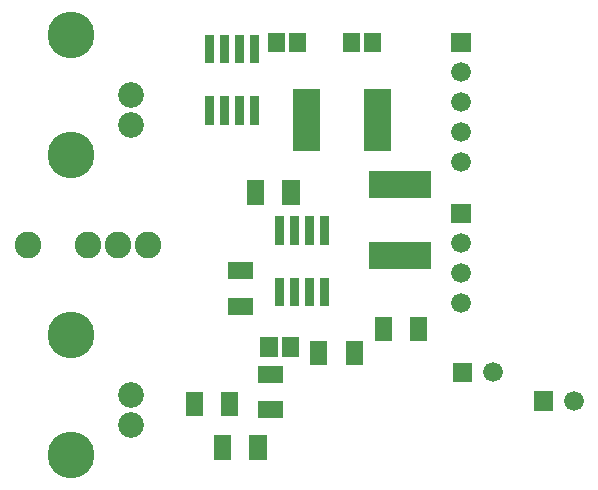
<source format=gts>
G04 start of page 6 for group -4063 idx -4063 *
G04 Title: (unknown), componentmask *
G04 Creator: pcb 20140316 *
G04 CreationDate: Fri 20 Nov 2015 02:14:16 PM GMT UTC *
G04 For: fosse *
G04 Format: Gerber/RS-274X *
G04 PCB-Dimensions (mil): 3170.00 2000.00 *
G04 PCB-Coordinate-Origin: lower left *
%MOIN*%
%FSLAX25Y25*%
%LNTOPMASK*%
%ADD62R,0.0927X0.0927*%
%ADD61R,0.0300X0.0300*%
%ADD60R,0.0572X0.0572*%
%ADD59C,0.0890*%
%ADD58C,0.0860*%
%ADD57C,0.1560*%
%ADD56C,0.0660*%
%ADD55C,0.0001*%
G54D55*G36*
X207700Y174800D02*Y168200D01*
X214300D01*
Y174800D01*
X207700D01*
G37*
G54D56*X211000Y161500D03*
Y151500D03*
Y141500D03*
Y131500D03*
G54D55*G36*
X207700Y117800D02*Y111200D01*
X214300D01*
Y117800D01*
X207700D01*
G37*
G54D56*X211000Y104500D03*
Y94500D03*
Y84500D03*
G54D55*G36*
X208200Y64800D02*Y58200D01*
X214800D01*
Y64800D01*
X208200D01*
G37*
G54D56*X221500Y61500D03*
G54D55*G36*
X235200Y55300D02*Y48700D01*
X241800D01*
Y55300D01*
X235200D01*
G37*
G54D56*X248500Y52000D03*
G54D57*X81000Y134000D03*
Y174000D03*
G54D58*X101000Y144000D03*
Y154000D03*
G54D57*X81000Y34000D03*
Y74000D03*
G54D58*X101000Y44000D03*
Y54000D03*
G54D59*X106500Y104000D03*
X96500D03*
X86500D03*
X66500D03*
G54D60*X136319Y83595D02*X138681D01*
X122095Y52181D02*Y49819D01*
X133905Y52181D02*Y49819D01*
X146319Y49095D02*X148681D01*
X146319Y60905D02*X148681D01*
X146957Y70393D02*Y69607D01*
X154043Y70393D02*Y69607D01*
X163595Y69181D02*Y66819D01*
X175405Y69181D02*Y66819D01*
X131500Y37681D02*Y35319D01*
X143310Y37681D02*Y35319D01*
G54D61*X165500Y112000D02*Y105500D01*
X160500Y112000D02*Y105500D01*
X155500Y112000D02*Y105500D01*
X150500Y91500D02*Y85000D01*
X155500Y91500D02*Y85000D01*
X160500Y91500D02*Y85000D01*
X165500Y91500D02*Y85000D01*
G54D60*X136319Y95405D02*X138681D01*
X142500Y122681D02*Y120319D01*
X154310Y122681D02*Y120319D01*
G54D61*X142000Y172500D02*Y166000D01*
G54D60*X149457Y171893D02*Y171107D01*
X156543Y171893D02*Y171107D01*
X174500Y171893D02*Y171107D01*
X181586Y171893D02*Y171107D01*
G54D61*X127000Y152000D02*Y145500D01*
X132000Y152000D02*Y145500D01*
X137000Y152000D02*Y145500D01*
X142000Y152000D02*Y145500D01*
X137000Y172500D02*Y166000D01*
X132000Y172500D02*Y166000D01*
X127000Y172500D02*Y166000D01*
X150500Y112000D02*Y105500D01*
G54D62*X184792Y124114D02*X196209D01*
X184791Y100492D02*X196209D01*
G54D60*X185095Y77181D02*Y74819D01*
X196905Y77181D02*Y74819D01*
G54D62*X159492Y151209D02*Y139791D01*
X183114Y151208D02*Y139791D01*
M02*

</source>
